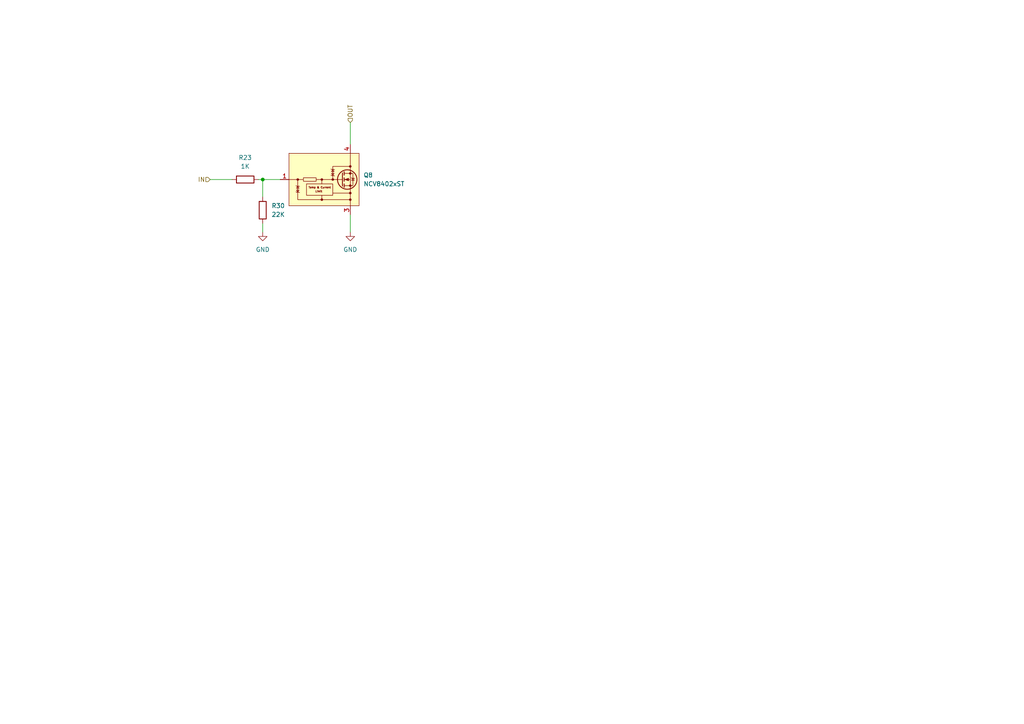
<source format=kicad_sch>
(kicad_sch (version 20250114) (generator "eeschema") (generator_version "9.0")
  (paper "A4")
  (lib_symbols
    (symbol "Driver_FET:NCV8402xST" (pin_names (offset 0) (hide yes))
      (property "Reference" "Q" (at 5.08 8.89 0))
      (property "Value" "NCV8402xST" (at -11.43 8.89 0))
      (symbol "NCV8402xST_0_0"
        (rectangle (start -10.16 7.62) (end 10.16 -7.62) (fill (type background)))
        (rectangle (start -5.969 0.508) (end -2.286 -0.508))
        (polyline (pts (xy -0.635 -1.27) (xy -0.635 -0.635) (xy -0.635 0)))
        (polyline (pts (xy -0.635 -5.842) (xy -7.62 -5.842) (xy -7.62 0) (xy -6.096 0)))
        (polyline (pts (xy 2.54 0) (xy -2.286 0) (xy -0.889 0)))
        (polyline (pts (xy 2.54 0) (xy 2.54 3.81) (xy 7.62 3.81)))
        (polyline (pts (xy 7.62 2.54) (xy 7.62 7.62)))
        (polyline (pts (xy 7.62 2.54) (xy 7.62 -7.62)))
        (polyline (pts (xy 7.62 -5.842) (xy -0.635 -5.842) (xy -0.635 -4.572)))
        (text "Limit" (at -1.524 -3.429 0) (effects (font (size 0.5334 0.5334))))
        (text "Temp & Current" (at -1.27 -2.286 0) (effects (font (size 0.5334 0.5334))))
      )
      (symbol "NCV8402xST_0_1"
        (polyline (pts (xy -7.62 0) (xy -10.16 0)))
        (rectangle (start -5.08 -1.27) (end 2.54 -4.572))
        (polyline (pts (xy 7.62 -3.937) (xy 2.667 -3.937)))
      )
      (symbol "NCV8402xST_1_1"
        (polyline (pts (xy -8.128 -1.778) (xy -8.001 -1.905) (xy -7.239 -1.905) (xy -7.112 -2.032)))
        (circle (center -7.62 0) (radius 0.2794) (fill (type outline)))
        (polyline (pts (xy -7.62 -1.905) (xy -8.001 -2.54) (xy -7.239 -2.54) (xy -7.62 -1.905)))
        (polyline (pts (xy -7.62 -3.683) (xy -7.239 -3.048) (xy -8.001 -3.048) (xy -7.62 -3.683)))
        (polyline (pts (xy -7.112 -3.81) (xy -7.239 -3.683) (xy -8.001 -3.683) (xy -8.128 -3.556)))
        (circle (center -0.635 0) (radius 0.2794) (fill (type outline)))
        (circle (center -0.635 -5.842) (radius 0.2794) (fill (type outline)))
        (polyline (pts (xy 2.032 3.048) (xy 2.159 2.921) (xy 2.921 2.921) (xy 3.048 2.794)))
        (polyline (pts (xy 2.54 2.921) (xy 2.159 2.286) (xy 2.921 2.286) (xy 2.54 2.921)))
        (polyline (pts (xy 2.54 1.143) (xy 2.921 1.778) (xy 2.159 1.778) (xy 2.54 1.143)))
        (polyline (pts (xy 2.54 0) (xy 5.334 0)))
        (circle (center 2.54 0) (radius 0.2794) (fill (type outline)))
        (polyline (pts (xy 3.048 1.016) (xy 2.921 1.143) (xy 2.159 1.143) (xy 2.032 1.27)))
        (polyline (pts (xy 5.334 1.905) (xy 5.334 -1.905) (xy 5.334 -1.905)) (stroke (width 0.254)))
        (polyline (pts (xy 5.842 2.286) (xy 5.842 1.27)) (stroke (width 0.254)))
        (polyline (pts (xy 5.842 1.778) (xy 7.62 1.778)))
        (polyline (pts (xy 5.842 0.508) (xy 5.842 -0.508)) (stroke (width 0.254)))
        (polyline (pts (xy 5.842 0) (xy 7.62 0)))
        (polyline (pts (xy 5.842 -1.27) (xy 5.842 -2.286)) (stroke (width 0.254)))
        (polyline (pts (xy 5.842 -1.778) (xy 7.62 -1.778)))
        (polyline (pts (xy 6.096 0) (xy 7.112 0.381) (xy 7.112 -0.381) (xy 6.096 0)) (fill (type outline)))
        (circle (center 6.731 0) (radius 2.8194) (stroke (width 0.254)))
        (circle (center 7.62 3.81) (radius 0.2794) (fill (type outline)))
        (polyline (pts (xy 7.62 2.54) (xy 7.62 1.778)))
        (circle (center 7.62 1.778) (radius 0.2794) (fill (type outline)))
        (polyline (pts (xy 7.62 -1.778) (xy 7.62 0)))
        (polyline (pts (xy 7.62 -1.778) (xy 7.62 -2.54)))
        (polyline (pts (xy 7.62 -1.778) (xy 8.382 -1.778) (xy 8.382 1.778) (xy 7.62 1.778)))
        (circle (center 7.62 -1.778) (radius 0.2794) (fill (type outline)))
        (circle (center 7.62 -3.937) (radius 0.2794) (fill (type outline)))
        (circle (center 7.62 -5.842) (radius 0.2794) (fill (type outline)))
        (polyline (pts (xy 7.874 0.508) (xy 8.001 0.381) (xy 8.763 0.381) (xy 8.89 0.254)))
        (polyline (pts (xy 8.382 0.381) (xy 8.001 -0.254) (xy 8.763 -0.254) (xy 8.382 0.381)))
        (pin input line (at -12.7 0 0) (length 2.54) (name "G") (number "1"))
        (pin passive line (at 7.62 10.16 270) (length 2.54) (hide yes) (name "D") (number "2"))
        (pin passive line (at 7.62 10.16 270) (length 2.54) (name "D") (number "4"))
        (pin passive line (at 7.62 -10.16 90) (length 2.54) (name "S") (number "3"))
      )
    )
    (symbol "PCM_Resistor_AKL:R_0603" (pin_numbers (hide yes)) (pin_names (offset 0))
      (property "Reference" "R" (at 2.54 1.27 0))
      (property "Value" "R_0603" (at 2.54 -1.27 0))
      (symbol "R_0603_0_1"
        (rectangle (start -1.016 2.54) (end 1.016 -2.54) (stroke (width 0.254)))
      )
      (symbol "R_0603_0_2"
        (polyline (pts (xy -2.54 -2.54) (xy -1.524 -1.524)))
        (polyline (pts (xy 1.524 1.524) (xy 2.54 2.54)))
        (polyline (pts (xy 1.524 1.524) (xy 0.889 2.159) (xy -2.159 -0.889) (xy -0.889 -2.159) (xy 2.159 0.889) (xy 1.524 1.524)) (stroke (width 0.254)))
      )
      (symbol "R_0603_1_1"
        (pin passive line (at 0 3.81 270) (length 1.27) (name "~") (number "1"))
        (pin passive line (at 0 -3.81 90) (length 1.27) (name "~") (number "2"))
      )
      (symbol "R_0603_1_2"
        (pin passive line (at -2.54 -2.54 0) (length 0) (name "") (number "2"))
        (pin passive line (at 2.54 2.54 180) (length 0) (name "") (number "1"))
      )
    )
    (symbol "power:GND" (power) (pin_numbers (hide yes)) (pin_names (offset 0) (hide yes))
      (property "Value" "GND" (at 0 -3.81 0))
      (symbol "GND_0_1"
        (polyline (pts (xy 0 0) (xy 0 -1.27) (xy 1.27 -1.27) (xy 0 -2.54) (xy -1.27 -1.27) (xy 0 -1.27)))
      )
      (symbol "GND_1_1"
        (pin power_in line (at 0 0 270) (length 0) (name "~") (number "1"))
      )
    )
  )
  (junction (at 76.2 52.07))
  (wire (pts (xy 76.2 57.15) (xy 76.2 52.07)))
  (wire (pts (xy 74.93 52.07) (xy 76.2 52.07)))
  (wire (pts (xy 60.96 52.07) (xy 67.31 52.07)))
  (wire (pts (xy 76.2 52.07) (xy 81.28 52.07)))
  (wire (pts (xy 76.2 64.77) (xy 76.2 67.31)))
  (wire (pts (xy 101.6 35.56) (xy 101.6 41.91)))
  (wire (pts (xy 101.6 67.31) (xy 101.6 62.23)))
  (hierarchical_label "IN" (shape input) (at 60.96 52.07 180))
  (hierarchical_label "OUT" (shape input) (at 101.6 35.56 90))
  (symbol (lib_id "PCM_Resistor_AKL:R_0603") (at 76.2 60.96 0) (unit 1)
    (property "Reference" "R36" (at 78.74 59.6899 0) (effects (justify left)))
    (property "Value" "22K" (at 78.74 62.2299 0) (effects (justify left)))
    (property "Footprint" "PCM_Resistor_SMD_AKL:R_0603_1608Metric" (effects (hide yes)))
    (property "Description" "SMD 0603 Chip Resistor, European Symbol, Alternate KiCad Library" (effects (hide yes)))
    (property "PART NUMBERT" "RC0603FR-0722KL" (effects (hide yes)))
    (instances (project "NIVARA" (path "" (reference "R30") (unit 1)) (path "" (reference "R36") (unit 1))))
  )
  (symbol (lib_id "power:GND") (at 76.2 67.31 0) (unit 1)
    (property "Reference" "#PWR047" (effects (hide yes)))
    (property "Value" "GND" (at 76.2 72.39 0))
    (property "Description" "Power symbol creates a global label with name \"GND\" , ground" (effects (hide yes)))
    (instances (project "NIVARA" (path "" (reference "#PWR046") (unit 1)) (path "" (reference "#PWR047") (unit 1))))
  )
  (symbol (lib_id "PCM_Resistor_AKL:R_0603") (at 71.12 52.07 270) (unit 1)
    (property "Reference" "R31" (at 71.12 45.72 90))
    (property "Value" "1K" (at 71.12 48.26 90))
    (property "Footprint" "PCM_Resistor_SMD_AKL:R_0603_1608Metric" (effects (hide yes)))
    (property "Description" "SMD 0603 Chip Resistor, European Symbol, Alternate KiCad Library" (effects (hide yes)))
    (property "PART NUMBERT" "RC0603FR-071KL" (effects (hide yes)))
    (instances (project "NIVARA" (path "" (reference "R23") (unit 1)) (path "" (reference "R31") (unit 1))))
  )
  (symbol (lib_id "power:GND") (at 101.6 67.31 0) (unit 1)
    (property "Reference" "#PWR090" (effects (hide yes)))
    (property "Value" "GND" (at 101.6 72.39 0))
    (property "Description" "Power symbol creates a global label with name \"GND\" , ground" (effects (hide yes)))
    (instances (project "" (path "" (reference "#PWR092") (unit 1)) (path "" (reference "#PWR090") (unit 1))))
  )
  (symbol (lib_id "Driver_FET:NCV8402xST") (at 93.98 52.07 0) (unit 1)
    (property "Reference" "Q5" (at 105.41 50.7999 0) (effects (justify left)))
    (property "Value" "NCV8402xST" (at 105.41 53.3399 0) (effects (justify left)))
    (property "Footprint" "Package_TO_SOT_SMD:SOT-223" (effects (hide yes)))
    (property "Datasheet" "https://www.onsemi.com/pub/Collateral/NCV8402-D.PDF" (effects (hide yes)))
    (property "Description" "Self-Protected Low Side Driver with Temperature and Current Limit, SOT−223" (effects (hide yes)))
    (instances (project "" (path "" (reference "Q8") (unit 1)) (path "" (reference "Q5") (unit 1))))
  )
)
</source>
